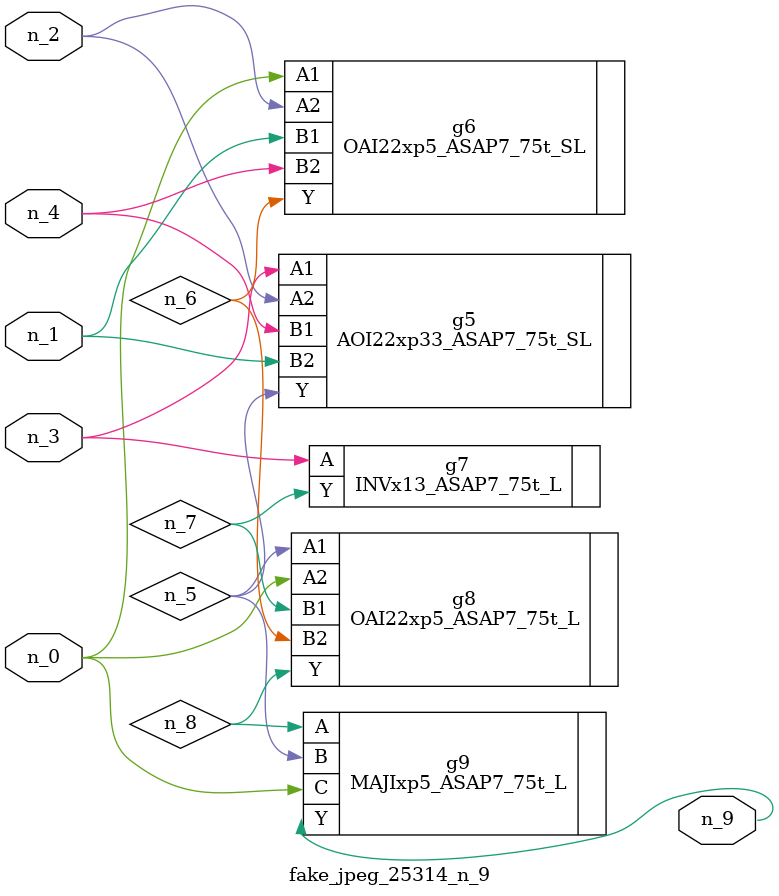
<source format=v>
module fake_jpeg_25314_n_9 (n_3, n_2, n_1, n_0, n_4, n_9);

input n_3;
input n_2;
input n_1;
input n_0;
input n_4;

output n_9;

wire n_8;
wire n_6;
wire n_5;
wire n_7;

AOI22xp33_ASAP7_75t_SL g5 ( 
.A1(n_3),
.A2(n_2),
.B1(n_4),
.B2(n_1),
.Y(n_5)
);

OAI22xp5_ASAP7_75t_SL g6 ( 
.A1(n_0),
.A2(n_2),
.B1(n_1),
.B2(n_4),
.Y(n_6)
);

INVx13_ASAP7_75t_L g7 ( 
.A(n_3),
.Y(n_7)
);

OAI22xp5_ASAP7_75t_L g8 ( 
.A1(n_5),
.A2(n_0),
.B1(n_7),
.B2(n_6),
.Y(n_8)
);

MAJIxp5_ASAP7_75t_L g9 ( 
.A(n_8),
.B(n_5),
.C(n_0),
.Y(n_9)
);


endmodule
</source>
